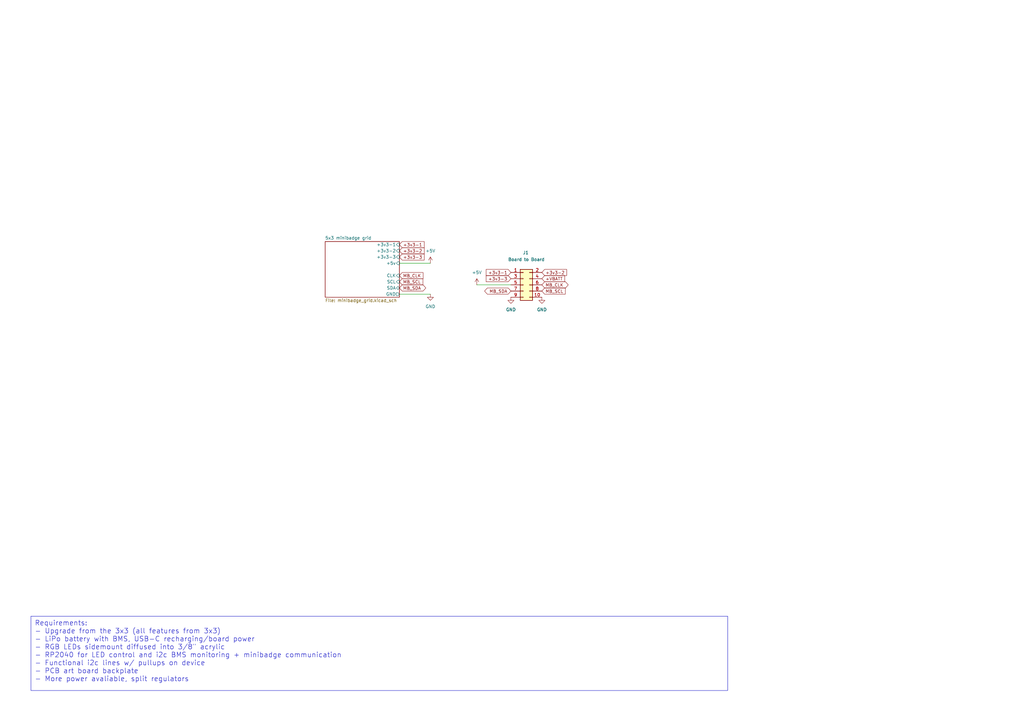
<source format=kicad_sch>
(kicad_sch (version 20231120) (generator "eeschema") (generator_version "8.0")
  (paper "A3")
  (lib_symbols
    (symbol "Connector_Generic:Conn_02x05_Odd_Even" (pin_names (offset 1.016) hide)
      (property "Reference" "J" (at 1.27 7.62 0))
      (property "Value" "Conn_02x05_Odd_Even" (at 1.27 -7.62 0))
      (symbol "Conn_02x05_Odd_Even_1_1"
        (rectangle (start -1.27 -4.953) (end 0 -5.207) (stroke (width 0.1524)))
        (rectangle (start -1.27 -2.413) (end 0 -2.667) (stroke (width 0.1524)))
        (rectangle (start -1.27 0.127) (end 0 -0.127) (stroke (width 0.1524)))
        (rectangle (start -1.27 2.667) (end 0 2.413) (stroke (width 0.1524)))
        (rectangle (start -1.27 5.207) (end 0 4.953) (stroke (width 0.1524)))
        (rectangle (start -1.27 6.35) (end 3.81 -6.35) (stroke (width 0.254)) (fill (type background)))
        (rectangle (start 3.81 -4.953) (end 2.54 -5.207) (stroke (width 0.1524)))
        (rectangle (start 3.81 -2.413) (end 2.54 -2.667) (stroke (width 0.1524)))
        (rectangle (start 3.81 0.127) (end 2.54 -0.127) (stroke (width 0.1524)))
        (rectangle (start 3.81 2.667) (end 2.54 2.413) (stroke (width 0.1524)))
        (rectangle (start 3.81 5.207) (end 2.54 4.953) (stroke (width 0.1524)))
        (pin passive line (at -5.08 5.08 0) (length 3.81) (name "Pin_1") (number "1"))
        (pin passive line (at 7.62 -5.08 180) (length 3.81) (name "Pin_10") (number "10"))
        (pin passive line (at 7.62 5.08 180) (length 3.81) (name "Pin_2") (number "2"))
        (pin passive line (at -5.08 2.54 0) (length 3.81) (name "Pin_3") (number "3"))
        (pin passive line (at 7.62 2.54 180) (length 3.81) (name "Pin_4") (number "4"))
        (pin passive line (at -5.08 0 0) (length 3.81) (name "Pin_5") (number "5"))
        (pin passive line (at 7.62 0 180) (length 3.81) (name "Pin_6") (number "6"))
        (pin passive line (at -5.08 -2.54 0) (length 3.81) (name "Pin_7") (number "7"))
        (pin passive line (at 7.62 -2.54 180) (length 3.81) (name "Pin_8") (number "8"))
        (pin passive line (at -5.08 -5.08 0) (length 3.81) (name "Pin_9") (number "9"))
      )
    )
    (symbol "power:+5V" (power) (pin_numbers hide) (pin_names (offset 0) hide)
      (property "Value" "+5V" (at 0 3.556 0))
      (symbol "+5V_0_1"
        (polyline (pts (xy -0.762 1.27) (xy 0 2.54)))
        (polyline (pts (xy 0 0) (xy 0 2.54)))
        (polyline (pts (xy 0 2.54) (xy 0.762 1.27)))
      )
      (symbol "+5V_1_1"
        (pin power_in line (at 0 0 90) (length 0) (name "~") (number "1"))
      )
    )
    (symbol "power:GND" (power) (pin_numbers hide) (pin_names (offset 0) hide)
      (property "Value" "GND" (at 0 -3.81 0))
      (symbol "GND_0_1"
        (polyline (pts (xy 0 0) (xy 0 -1.27) (xy 1.27 -1.27) (xy 0 -2.54) (xy -1.27 -1.27) (xy 0 -1.27)))
      )
      (symbol "GND_1_1"
        (pin power_in line (at 0 0 270) (length 0) (name "~") (number "1"))
      )
    )
  )
  (wire (pts (xy 163.83 107.95) (xy 176.53 107.95)))
  (wire (pts (xy 195.58 116.84) (xy 209.55 116.84)))
  (wire (pts (xy 163.83 120.65) (xy 176.53 120.65)))
  (text_box "Requirements:\n- Upgrade from the 3x3 (all features from 3x3)\n- LiPo battery with BMS, USB-C recharging/board power\n- RGB LEDs sidemount diffused into 3/8\" acrylic\n- RP2040 for LED control and i2c BMS monitoring + minibadge communication\n- Functional i2c lines w/ pullups on device\n- PCB art board backplate\n- More power avaliable, split regulators" (at 12.7 252.73 0) (size 285.75 30.48) (effects (font (size 2.032 2.032)) (justify left top)))
  (global_label "+VBATT" (shape input) (at 222.25 114.3 0) (property "Intersheetrefs" "${INTERSHEET_REFS}" (effects (hide yes))))
  (global_label "+3v3-2" (shape input) (at 163.83 102.87 0) (property "Intersheetrefs" "${INTERSHEET_REFS}" (effects (hide yes))))
  (global_label "+3v3-2" (shape input) (at 222.25 111.76 0) (property "Intersheetrefs" "${INTERSHEET_REFS}" (effects (hide yes))))
  (global_label "+3v3-1" (shape input) (at 209.55 111.76 180) (property "Intersheetrefs" "${INTERSHEET_REFS}" (effects (hide yes))))
  (global_label "MB_CLK" (shape input) (at 163.83 113.03 0) (property "Intersheetrefs" "${INTERSHEET_REFS}" (effects (hide yes))))
  (global_label "MB_SCL" (shape input) (at 222.25 119.38 0) (property "Intersheetrefs" "${INTERSHEET_REFS}" (effects (hide yes))))
  (global_label "MB_SDA" (shape bidirectional) (at 209.55 119.38 180) (property "Intersheetrefs" "${INTERSHEET_REFS}" (effects (hide yes))))
  (global_label "MB_SDA" (shape bidirectional) (at 163.83 118.11 0) (property "Intersheetrefs" "${INTERSHEET_REFS}" (effects (hide yes))))
  (global_label "+3v3-1" (shape input) (at 163.83 100.33 0) (property "Intersheetrefs" "${INTERSHEET_REFS}" (effects (hide yes))))
  (global_label "+3v3-3" (shape input) (at 209.55 114.3 180) (property "Intersheetrefs" "${INTERSHEET_REFS}" (effects (hide yes))))
  (global_label "+3v3-3" (shape input) (at 163.83 105.41 0) (property "Intersheetrefs" "${INTERSHEET_REFS}" (effects (hide yes))))
  (global_label "MB_SCL" (shape input) (at 163.83 115.57 0) (property "Intersheetrefs" "${INTERSHEET_REFS}" (effects (hide yes))))
  (global_label "MB_CLK" (shape bidirectional) (at 222.25 116.84 0) (property "Intersheetrefs" "${INTERSHEET_REFS}" (effects (hide yes))))
  (symbol (lib_id "Connector_Generic:Conn_02x05_Odd_Even") (at 214.63 116.84 0) (unit 1)
    (property "Reference" "J1" (at 215.646 103.632 0))
    (property "Value" "Board to Board" (at 215.9 106.426 0))
    (property "Description" "Generic connector, double row, 02x05, odd/even pin numbering scheme (row 1 odd numbers, row 2 even numbers), script generated (kicad-library-utils/schlib/autogen/connector/)" (effects (hide yes)))
  )
  (symbol (lib_id "power:+5V") (at 195.58 116.84 0) (unit 1)
    (property "Reference" "#PWR01" (effects (hide yes)))
    (property "Value" "+5V" (at 195.58 111.76 0))
    (property "Description" "Power symbol creates a global label with name \"+5V\"" (effects (hide yes)))
  )
  (symbol (lib_id "power:+5V") (at 176.53 107.95 0) (unit 1)
    (property "Reference" "#PWR04" (effects (hide yes)))
    (property "Value" "+5V" (at 176.53 102.87 0))
    (property "Description" "Power symbol creates a global label with name \"+5V\"" (effects (hide yes)))
  )
  (symbol (lib_id "power:GND") (at 222.25 121.92 0) (unit 1)
    (property "Reference" "#PWR03" (effects (hide yes)))
    (property "Value" "GND" (at 222.25 127 0))
    (property "Description" "Power symbol creates a global label with name \"GND\" , ground" (effects (hide yes)))
  )
  (symbol (lib_id "power:GND") (at 176.53 120.65 0) (unit 1)
    (property "Reference" "#PWR05" (effects (hide yes)))
    (property "Value" "GND" (at 176.53 125.73 0))
    (property "Description" "Power symbol creates a global label with name \"GND\" , ground" (effects (hide yes)))
  )
  (symbol (lib_id "power:GND") (at 209.55 121.92 0) (unit 1)
    (property "Reference" "#PWR02" (effects (hide yes)))
    (property "Value" "GND" (at 209.55 127 0))
    (property "Description" "Power symbol creates a global label with name \"GND\" , ground" (effects (hide yes)))
  )
  (sheet (at 133.35 99.06) (size 30.48 22.86) (stroke (width 0.1524))
    (property "Sheetname" "5x3 minibadge grid" (at 133.35 98.3484 0) (effects (justify left bottom)))
    (property "Sheetfile" "minibadge_grid.kicad_sch" (at 133.35 122.5046 0) (effects (justify left top)))
    (pin "SDA" bidirectional (at 163.83 118.11 0))
    (pin "+5v" input (at 163.83 107.95 0))
    (pin "SCL" input (at 163.83 115.57 0))
    (pin "GND" output (at 163.83 120.65 0))
    (pin "+3v3-1" input (at 163.83 100.33 0))
    (pin "+3v3-3" input (at 163.83 105.41 0))
    (pin "CLK" input (at 163.83 113.03 0))
    (pin "+3v3-2" input (at 163.83 102.87 0))
  )
)
</source>
